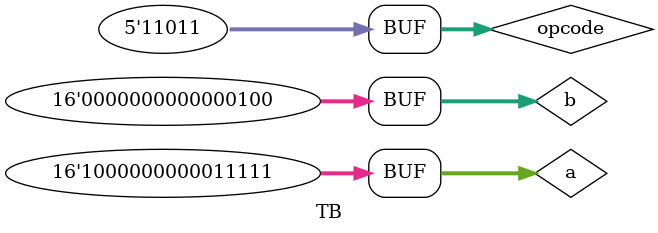
<source format=v>
module ALU(clk,reset,A,B,ans_ex,flags,opcode);
input clk,reset;
input [15:0]A,B;
input [4:0]opcode;
output [15:0]ans_ex;
output [3:0]flags;
wire carry;
		
assign {carry,ans_ex}=(opcode==5'b00000)?(A+B):
		((opcode==5'b00001)?(A-B):
		((opcode==5'b00010)?(B):
		((opcode==5'b00100)?(A&B):
		((opcode==5'b00101)?(A|B):
		((opcode==5'b00110)?(A^B):
		((opcode==5'b00111)?(~B):
		
		((opcode==5'b10000)?(ans_ex):
		((opcode==5'b10001)?(ans_ex):
		
		((opcode==5'b10100)?(A):
		((opcode==5'b10101)?(A):
		
		((opcode==5'b10111)?(ans_ex):
		((opcode==5'b11000)?(ans_ex):
		
		((opcode==5'b11001)?(A<<B):
		((opcode==5'b11010)?(A>>B):
		
		((opcode==5'b11011)?((B==1)?({A[15],A[15:1]}):
									((B==2)?({A[15],A[15],A[15:2]}):
									((B==3)?({A[15],A[15],A[15],A[15:3]}):
									((B==4)?({A[15],A[15],A[15],A[15],A[15:4]}):
									((B==5)?({A[15],A[15],A[15],A[15],A[15],A[15:5]}):
									((B==6)?({A[15],A[15],A[15],A[15],A[15],A[15],A[15:6]}):
									((B==7)?({A[15],A[15],A[15],A[15],A[15],A[15],A[15],A[15:7]}):
									((B==8)?({A[15],A[15],A[15],A[15],A[15],A[15],A[15],A[15],A[15:8]}):
									((B==9)?({A[15],A[15],A[15],A[15],A[15],A[15],A[15],A[15],A[15],A[15:9]}):
									((B==10)?({A[15],A[15],A[15],A[15],A[15],A[15],A[15],A[15],A[15],A[15],A[15:10]}):
									((B==11)?({A[15],A[15],A[15],A[15],A[15],A[15],A[15],A[15],A[15],A[15],A[15],A[15:11]}):
									((B==12)?({A[15],A[15],A[15],A[15],A[15],A[15],A[15],A[15],A[15],A[15],A[15],A[15],A[15:12]}):
									((B==13)?({A[15],A[15],A[15],A[15],A[15],A[15],A[15],A[15],A[15],A[15],A[15],A[15],A[15],A[15:13]}):
									((B==14)?({A[15],A[15],A[15],A[15],A[15],A[15],A[15],A[15],A[15],A[15],A[15],A[15],A[15],A[15],A[15:14]}):({A[15],A[15],A[15],A[15],A[15],A[15],A[15],A[15],A[15],A[15],A[15],A[15],A[15],A[15],A[15],A[15]})
									)))))))))))))):
		
		((opcode==5'b11100)?(ans_ex):
		((opcode==5'b11101)?(ans_ex):
		((opcode==5'b11110)?(ans_ex):
		((opcode==5'b11111)?(ans_ex):(ans_ex))
		))))))))))))))))));

assign flags[3]=(^ans_ex);				//Parity
assign flags[2]=(carry^ans_ex[15]);	//Overflow
assign flags[1]=~(|ans_ex);				//Zero
assign flags[0]=carry;						//Carry


assign flags=(opcode==5'b00000)?{&ans_ex,carry^ans_ex[15],~(|ans_ex),carry}:
		((opcode==5'b00001)?{&ans_ex,carry^ans_ex[15],~(|ans_ex),carry}:
		((opcode==5'b00010)?{&ans_ex,1'b0,~(|ans_ex),1'b0}:
		((opcode==5'b00100)?{&ans_ex,1'b0,~(|ans_ex),1'b0}:
		((opcode==5'b00101)?{&ans_ex,1'b0,~(|ans_ex),1'b0}:
		((opcode==5'b00110)?{&ans_ex,1'b0,~(|ans_ex),1'b0}:
		((opcode==5'b00111)?{&ans_ex,1'b0,~(|ans_ex),1'b0}:
		
		((opcode==5'b10000)?0:
		((opcode==5'b10001)?0:
		
		((opcode==5'b10100)?flags:
		((opcode==5'b10101)?flags:
		
		((opcode==5'b10111)?flags:
		((opcode==5'b11000)?flags:
		
		((opcode==5'b11001)?{&ans_ex,1'b0,~(|ans_ex),1'b0}:
		((opcode==5'b11010)?{&ans_ex,1'b0,~(|ans_ex),1'b0}:
		
		((opcode==5'b11011)?{&ans_ex,1'b0,~(|ans_ex),1'b0}:
		
		((opcode==5'b11100)?flags:
		((opcode==5'b11101)?flags:
		((opcode==5'b11110)?flags:
		((opcode==5'b11111)?flags:flags)
		))))))))))))))))));
		
endmodule

module TB();
reg [15:0]a,b;
reg [4:0]opcode;
wire [15:0]out;
wire [3:0]flag;

ALU a1(.A(a), .B(b), .opcode(opcode), .ans_ex(out), .flags(flag));
initial begin
	a=16'b1111111111111111;
	b=16'b0000000000000001;
	opcode=5'b00000;
	
	#100;
	a=16'b1111111111111111;
	b=16'b0000000000000010;
	opcode=5'b00100;
	
	#100;
	a=16'b1111111111111111;
	b=16'b0000000000000010;
	opcode=5'b00000;
	
	#100;
	a=16'b0000000000011111;
	b=16'b0000000000000001;
	opcode=5'b10100;
	
	#100;
	a=16'b1000000000011111;
	b=16'b0000000000000100;
	opcode=5'b11011;
end
endmodule
</source>
